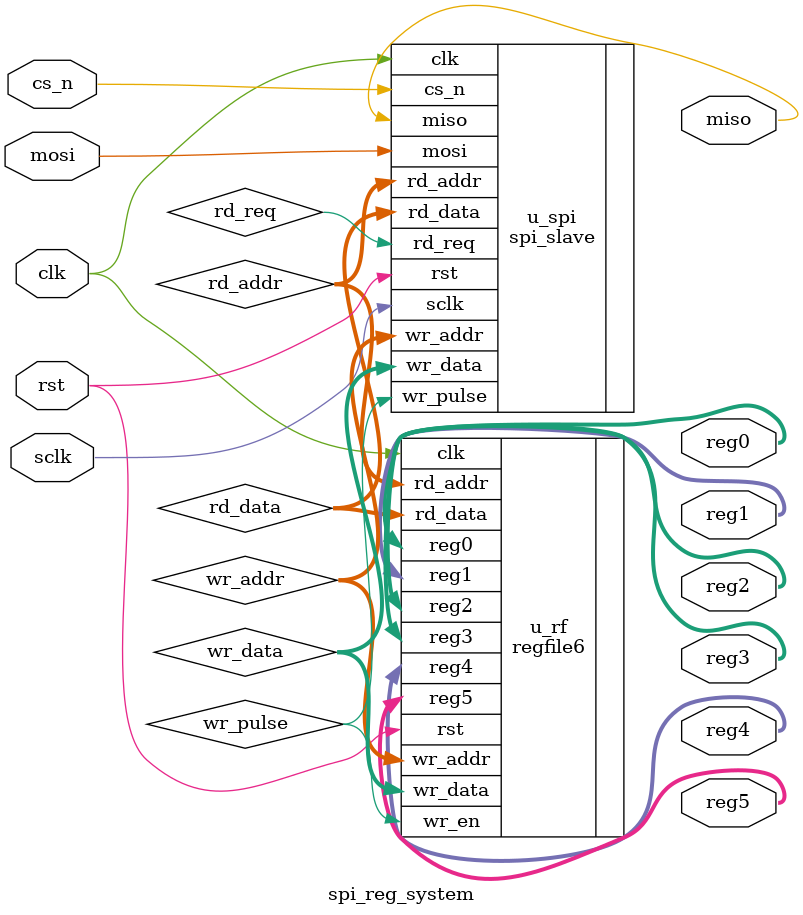
<source format=v>
`timescale 1ns/1ps
module spi_reg_system #(
    parameter integer DATA_BITS = 16
)(
    input  wire clk,
    input  wire rst,

    // SPI
    input  wire sclk,
    input  wire cs_n,
    input  wire mosi,
    output wire miso,

    // expose registers
    output wire [DATA_BITS-1:0] reg0,
    output wire [DATA_BITS-1:0] reg1,
    output wire [DATA_BITS-1:0] reg2,
    output wire [DATA_BITS-1:0] reg3,
    output wire [DATA_BITS-1:0] reg4,
    output wire [DATA_BITS-1:0] reg5
);

    wire                 wr_pulse;
    wire [2:0]           wr_addr;
    wire [DATA_BITS-1:0] wr_data;

    wire                 rd_req;
    wire [2:0]           rd_addr;
    wire [DATA_BITS-1:0] rd_data;

    spi_slave #(
        .ADDR_BITS(3),
        .DATA_BITS(DATA_BITS)
    ) u_spi (
        .clk(clk),
        .rst(rst),
        .sclk(sclk),
        .cs_n(cs_n),
        .mosi(mosi),
        .miso(miso),

        .wr_pulse(wr_pulse),
        .wr_addr(wr_addr),
        .wr_data(wr_data),

        .rd_req(rd_req),
        .rd_addr(rd_addr),
        .rd_data(rd_data)
    );

    regfile6 #(
        .DATA_BITS(DATA_BITS)
    ) u_rf (
        .clk(clk),
        .rst(rst),
        .wr_en(wr_pulse),
        .wr_addr(wr_addr),
        .wr_data(wr_data),
        .rd_addr(rd_addr),
        .rd_data(rd_data),

        .reg0(reg0),
        .reg1(reg1),
        .reg2(reg2),
        .reg3(reg3),
        .reg4(reg4),
        .reg5(reg5)
    );

endmodule

</source>
